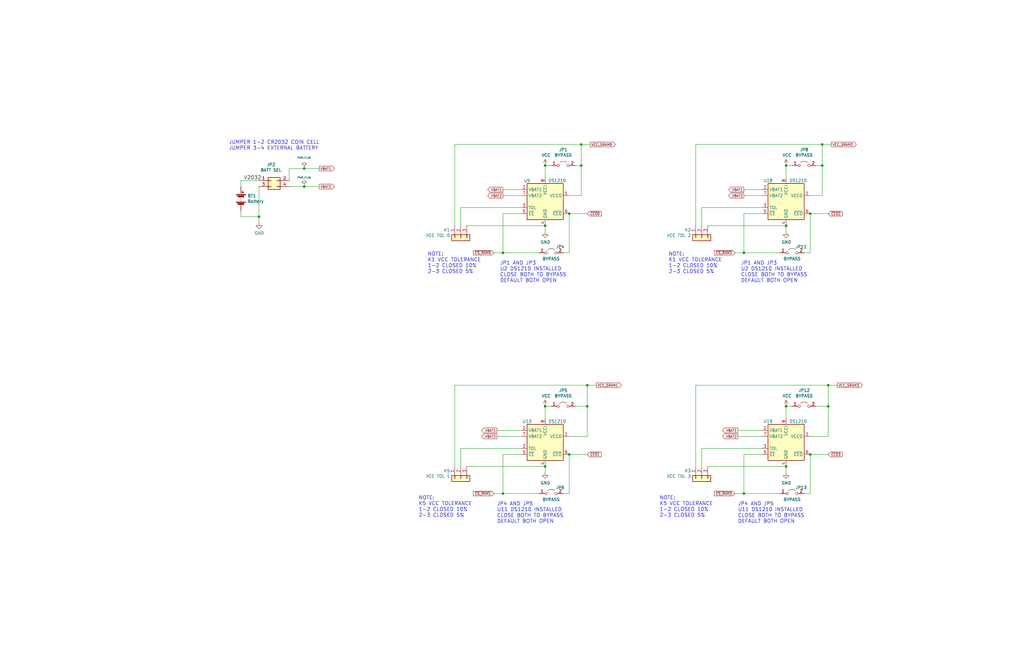
<source format=kicad_sch>
(kicad_sch (version 20211123) (generator eeschema)
  (paper "B")
  (lib_symbols
    (symbol "Connector_Generic:Conn_01x03" (pin_names (offset 1.016) hide)
      (property "Reference" "J" (at 0 5.08 0))
      (property "Value" "Conn_01x03" (at 0 -5.08 0))
      (symbol "Conn_01x03_1_1"
        (rectangle (start -1.27 -2.413) (end 0 -2.667) (stroke (width 0.1524)))
        (rectangle (start -1.27 0.127) (end 0 -0.127) (stroke (width 0.1524)))
        (rectangle (start -1.27 2.667) (end 0 2.413) (stroke (width 0.1524)))
        (rectangle (start -1.27 3.81) (end 1.27 -3.81) (stroke (width 0.254)) (fill (type background)))
        (pin passive line (at -5.08 2.54 0) (length 3.81) (name "Pin_1") (number "1"))
        (pin passive line (at -5.08 0 0) (length 3.81) (name "Pin_2") (number "2"))
        (pin passive line (at -5.08 -2.54 0) (length 3.81) (name "Pin_3") (number "3"))
      )
    )
    (symbol "Connector_Generic:Conn_02x02_Odd_Even" (pin_names (offset 1.016) hide)
      (property "Reference" "J" (at 1.27 2.54 0))
      (property "Value" "Conn_02x02_Odd_Even" (at 1.27 -5.08 0))
      (symbol "Conn_02x02_Odd_Even_1_1"
        (rectangle (start -1.27 -2.413) (end 0 -2.667) (stroke (width 0.1524)))
        (rectangle (start -1.27 0.127) (end 0 -0.127) (stroke (width 0.1524)))
        (rectangle (start -1.27 1.27) (end 3.81 -3.81) (stroke (width 0.254)) (fill (type background)))
        (rectangle (start 3.81 -2.413) (end 2.54 -2.667) (stroke (width 0.1524)))
        (rectangle (start 3.81 0.127) (end 2.54 -0.127) (stroke (width 0.1524)))
        (pin passive line (at -5.08 0 0) (length 3.81) (name "Pin_1") (number "1"))
        (pin passive line (at 7.62 0 180) (length 3.81) (name "Pin_2") (number "2"))
        (pin passive line (at -5.08 -2.54 0) (length 3.81) (name "Pin_3") (number "3"))
        (pin passive line (at 7.62 -2.54 180) (length 3.81) (name "Pin_4") (number "4"))
      )
    )
    (symbol "Device:Battery" (pin_numbers hide) (pin_names (offset 0) hide)
      (property "Reference" "BT" (at 2.54 2.54 0))
      (property "Value" "Battery" (at 2.54 0 0))
      (symbol "Battery_0_1"
        (rectangle (start -2.032 -1.397) (end 2.032 -1.651) (fill (type outline)))
        (rectangle (start -2.032 1.778) (end 2.032 1.524) (fill (type outline)))
        (rectangle (start -1.3208 -1.9812) (end 1.27 -2.4892) (fill (type outline)))
        (rectangle (start -1.3208 1.1938) (end 1.27 0.6858) (fill (type outline)))
        (polyline (pts (xy 0 -1.524) (xy 0 -1.27)))
        (polyline (pts (xy 0 -1.016) (xy 0 -0.762)))
        (polyline (pts (xy 0 -0.508) (xy 0 -0.254)))
        (polyline (pts (xy 0 0) (xy 0 0.254)))
        (polyline (pts (xy 0 0.508) (xy 0 0.762)))
        (polyline (pts (xy 0 1.778) (xy 0 2.54)))
        (polyline (pts (xy 0.254 2.667) (xy 1.27 2.667)) (stroke (width 0.254)))
        (polyline (pts (xy 0.762 3.175) (xy 0.762 2.159)) (stroke (width 0.254)))
      )
      (symbol "Battery_1_1"
        (pin passive line (at 0 5.08 270) (length 2.54) (name "+") (number "1"))
        (pin passive line (at 0 -5.08 90) (length 2.54) (name "-") (number "2"))
      )
    )
    (symbol "Jumper:Jumper_2_Open" (pin_names (offset 0) hide)
      (property "Reference" "JP" (at 0 2.794 0))
      (property "Value" "Jumper_2_Open" (at 0 -2.286 0))
      (symbol "Jumper_2_Open_0_0"
        (circle (center -2.032 0) (radius 0.508))
        (circle (center 2.032 0) (radius 0.508))
      )
      (symbol "Jumper_2_Open_0_1"
        (arc (start 1.524 1.27) (mid 0 1.778) (end -1.524 1.27))
      )
      (symbol "Jumper_2_Open_1_1"
        (pin passive line (at -5.08 0 0) (length 2.54) (name "A") (number "1"))
        (pin passive line (at 5.08 0 180) (length 2.54) (name "B") (number "2"))
      )
    )
    (symbol "Power_Management:DS1210"
      (property "Reference" "U" (at -7.62 8.89 0))
      (property "Value" "DS1210" (at 5.08 8.89 0))
      (symbol "DS1210_0_1"
        (rectangle (start -7.62 7.62) (end 7.62 -7.62) (stroke (width 0.254)) (fill (type background)))
      )
      (symbol "DS1210_1_1"
        (pin power_out line (at 10.16 2.54 180) (length 2.54) (name "VCCO") (number "1"))
        (pin power_in line (at -10.16 5.08 0) (length 2.54) (name "VBAT1") (number "2"))
        (pin input line (at -10.16 -2.54 0) (length 2.54) (name "TOL") (number "3"))
        (pin power_in line (at 0 -10.16 90) (length 2.54) (name "GND") (number "4"))
        (pin input line (at -10.16 -5.08 0) (length 2.54) (name "~{CE}") (number "5"))
        (pin output line (at 10.16 -5.08 180) (length 2.54) (name "~{CEO}") (number "6"))
        (pin power_in line (at -10.16 2.54 0) (length 2.54) (name "VBAT2") (number "7"))
        (pin power_in line (at 0 10.16 270) (length 2.54) (name "VCCI") (number "8"))
      )
    )
    (symbol "power:GND" (power) (pin_names (offset 0))
      (property "Value" "GND" (at 0 -3.81 0))
      (symbol "GND_0_1"
        (polyline (pts (xy 0 0) (xy 0 -1.27) (xy 1.27 -1.27) (xy 0 -2.54) (xy -1.27 -1.27) (xy 0 -1.27)))
      )
      (symbol "GND_1_1"
        (pin power_in line (at 0 0 270) (length 0) hide (name "GND") (number "1"))
      )
    )
    (symbol "power:PWR_FLAG" (power) (pin_numbers hide) (pin_names (offset 0) hide)
      (property "Value" "PWR_FLAG" (at 0 3.81 0))
      (symbol "PWR_FLAG_0_0"
        (pin power_out line (at 0 0 90) (length 0) (name "pwr") (number "1"))
      )
      (symbol "PWR_FLAG_0_1"
        (polyline (pts (xy 0 0) (xy 0 1.27) (xy -1.016 1.905) (xy 0 2.54) (xy 1.016 1.905) (xy 0 1.27)))
      )
    )
    (symbol "power:VCC" (power) (pin_names (offset 0))
      (property "Value" "VCC" (at 0 3.81 0))
      (symbol "VCC_0_1"
        (polyline (pts (xy -0.762 1.27) (xy 0 2.54)))
        (polyline (pts (xy 0 0) (xy 0 2.54)))
        (polyline (pts (xy 0 2.54) (xy 0.762 1.27)))
      )
      (symbol "VCC_1_1"
        (pin power_in line (at 0 0 90) (length 0) hide (name "VCC") (number "1"))
      )
    )
  )
  (junction (at 341.63 90.17))
  (junction (at 313.69 208.28))
  (junction (at 346.71 60.96))
  (junction (at 247.65 171.45))
  (junction (at 240.03 191.77))
  (junction (at 331.47 171.45))
  (junction (at 245.11 60.96))
  (junction (at 331.47 196.85))
  (junction (at 331.47 95.25))
  (junction (at 247.65 162.56))
  (junction (at 128.27 71.12))
  (junction (at 229.87 69.85))
  (junction (at 245.11 69.85))
  (junction (at 229.87 196.85))
  (junction (at 212.09 106.68))
  (junction (at 240.03 90.17))
  (junction (at 128.27 78.74))
  (junction (at 229.87 171.45))
  (junction (at 331.47 69.85))
  (junction (at 229.87 95.25))
  (junction (at 349.25 171.45))
  (junction (at 212.09 208.28))
  (junction (at 109.22 91.44))
  (junction (at 313.69 106.68))
  (junction (at 341.63 191.77))
  (junction (at 349.25 162.56))
  (junction (at 346.71 69.85))
  (wire (pts (xy 295.91 87.63) (xy 295.91 95.25)))
  (wire (pts (xy 212.09 208.28) (xy 227.33 208.28)))
  (wire (pts (xy 341.63 208.28) (xy 341.63 191.77)))
  (wire (pts (xy 212.09 106.68) (xy 227.33 106.68)))
  (wire (pts (xy 212.09 82.55) (xy 219.71 82.55)))
  (wire (pts (xy 309.88 208.28) (xy 313.69 208.28)))
  (wire (pts (xy 229.87 74.93) (xy 229.87 69.85)))
  (wire (pts (xy 208.28 208.28) (xy 212.09 208.28)))
  (wire (pts (xy 331.47 176.53) (xy 331.47 171.45)))
  (wire (pts (xy 349.25 162.56) (xy 349.25 171.45)))
  (wire (pts (xy 196.85 95.25) (xy 229.87 95.25)))
  (wire (pts (xy 212.09 106.68) (xy 212.09 90.17)))
  (wire (pts (xy 313.69 90.17) (xy 321.31 90.17)))
  (wire (pts (xy 331.47 69.85) (xy 334.01 69.85)))
  (wire (pts (xy 341.63 191.77) (xy 349.25 191.77)))
  (wire (pts (xy 353.06 162.56) (xy 349.25 162.56)))
  (wire (pts (xy 339.09 106.68) (xy 341.63 106.68)))
  (wire (pts (xy 293.37 162.56) (xy 349.25 162.56)))
  (wire (pts (xy 194.31 87.63) (xy 194.31 95.25)))
  (wire (pts (xy 101.6 78.74) (xy 101.6 76.2)))
  (wire (pts (xy 346.71 69.85) (xy 346.71 82.55)))
  (wire (pts (xy 245.11 60.96) (xy 248.92 60.96)))
  (wire (pts (xy 298.45 196.85) (xy 331.47 196.85)))
  (wire (pts (xy 237.49 106.68) (xy 240.03 106.68)))
  (wire (pts (xy 212.09 80.01) (xy 219.71 80.01)))
  (wire (pts (xy 191.77 60.96) (xy 191.77 95.25)))
  (wire (pts (xy 109.22 76.2) (xy 101.6 76.2)))
  (wire (pts (xy 247.65 171.45) (xy 247.65 184.15)))
  (wire (pts (xy 313.69 191.77) (xy 321.31 191.77)))
  (wire (pts (xy 293.37 196.85) (xy 293.37 162.56)))
  (wire (pts (xy 121.92 71.12) (xy 128.27 71.12)))
  (wire (pts (xy 346.71 60.96) (xy 346.71 69.85)))
  (wire (pts (xy 109.22 91.44) (xy 109.22 93.98)))
  (wire (pts (xy 242.57 171.45) (xy 247.65 171.45)))
  (wire (pts (xy 101.6 91.44) (xy 101.6 88.9)))
  (wire (pts (xy 295.91 87.63) (xy 321.31 87.63)))
  (wire (pts (xy 344.17 171.45) (xy 349.25 171.45)))
  (wire (pts (xy 346.71 82.55) (xy 341.63 82.55)))
  (wire (pts (xy 134.62 78.74) (xy 128.27 78.74)))
  (wire (pts (xy 247.65 162.56) (xy 247.65 171.45)))
  (wire (pts (xy 293.37 60.96) (xy 293.37 95.25)))
  (wire (pts (xy 240.03 191.77) (xy 247.65 191.77)))
  (wire (pts (xy 128.27 71.12) (xy 134.62 71.12)))
  (wire (pts (xy 293.37 60.96) (xy 346.71 60.96)))
  (wire (pts (xy 344.17 69.85) (xy 346.71 69.85)))
  (wire (pts (xy 242.57 69.85) (xy 245.11 69.85)))
  (wire (pts (xy 331.47 171.45) (xy 334.01 171.45)))
  (wire (pts (xy 191.77 196.85) (xy 191.77 162.56)))
  (wire (pts (xy 191.77 162.56) (xy 247.65 162.56)))
  (wire (pts (xy 346.71 60.96) (xy 350.52 60.96)))
  (wire (pts (xy 109.22 78.74) (xy 109.22 91.44)))
  (wire (pts (xy 295.91 189.23) (xy 295.91 196.85)))
  (wire (pts (xy 229.87 176.53) (xy 229.87 171.45)))
  (wire (pts (xy 311.15 184.15) (xy 321.31 184.15)))
  (wire (pts (xy 196.85 196.85) (xy 229.87 196.85)))
  (wire (pts (xy 331.47 74.93) (xy 331.47 69.85)))
  (wire (pts (xy 311.15 181.61) (xy 321.31 181.61)))
  (wire (pts (xy 212.09 90.17) (xy 219.71 90.17)))
  (wire (pts (xy 313.69 208.28) (xy 328.93 208.28)))
  (wire (pts (xy 245.11 60.96) (xy 245.11 69.85)))
  (wire (pts (xy 212.09 191.77) (xy 212.09 208.28)))
  (wire (pts (xy 194.31 189.23) (xy 219.71 189.23)))
  (wire (pts (xy 313.69 82.55) (xy 321.31 82.55)))
  (wire (pts (xy 101.6 91.44) (xy 109.22 91.44)))
  (wire (pts (xy 341.63 90.17) (xy 349.25 90.17)))
  (wire (pts (xy 313.69 191.77) (xy 313.69 208.28)))
  (wire (pts (xy 212.09 191.77) (xy 219.71 191.77)))
  (wire (pts (xy 191.77 60.96) (xy 245.11 60.96)))
  (wire (pts (xy 229.87 69.85) (xy 232.41 69.85)))
  (wire (pts (xy 209.55 184.15) (xy 219.71 184.15)))
  (wire (pts (xy 331.47 95.25) (xy 331.47 97.79)))
  (wire (pts (xy 128.27 78.74) (xy 121.92 78.74)))
  (wire (pts (xy 331.47 196.85) (xy 331.47 199.39)))
  (wire (pts (xy 313.69 106.68) (xy 328.93 106.68)))
  (wire (pts (xy 240.03 184.15) (xy 247.65 184.15)))
  (wire (pts (xy 237.49 208.28) (xy 240.03 208.28)))
  (wire (pts (xy 194.31 87.63) (xy 219.71 87.63)))
  (wire (pts (xy 194.31 189.23) (xy 194.31 196.85)))
  (wire (pts (xy 309.88 106.68) (xy 313.69 106.68)))
  (wire (pts (xy 313.69 106.68) (xy 313.69 90.17)))
  (wire (pts (xy 298.45 95.25) (xy 331.47 95.25)))
  (wire (pts (xy 229.87 196.85) (xy 229.87 199.39)))
  (wire (pts (xy 245.11 69.85) (xy 245.11 82.55)))
  (wire (pts (xy 240.03 106.68) (xy 240.03 90.17)))
  (wire (pts (xy 229.87 171.45) (xy 232.41 171.45)))
  (wire (pts (xy 245.11 82.55) (xy 240.03 82.55)))
  (wire (pts (xy 349.25 171.45) (xy 349.25 184.15)))
  (wire (pts (xy 208.28 106.68) (xy 212.09 106.68)))
  (wire (pts (xy 313.69 80.01) (xy 321.31 80.01)))
  (wire (pts (xy 251.46 162.56) (xy 247.65 162.56)))
  (wire (pts (xy 121.92 71.12) (xy 121.92 76.2)))
  (wire (pts (xy 229.87 95.25) (xy 229.87 97.79)))
  (wire (pts (xy 240.03 208.28) (xy 240.03 191.77)))
  (wire (pts (xy 295.91 189.23) (xy 321.31 189.23)))
  (wire (pts (xy 240.03 90.17) (xy 247.65 90.17)))
  (wire (pts (xy 209.55 181.61) (xy 219.71 181.61)))
  (wire (pts (xy 341.63 106.68) (xy 341.63 90.17)))
  (wire (pts (xy 341.63 184.15) (xy 349.25 184.15)))
  (wire (pts (xy 339.09 208.28) (xy 341.63 208.28)))
  (text "NOTE:\nK1 VCC TOLERANCE\n1-2 CLOSED 10%\n2-3 CLOSED 5%" (at 281.94 115.57 0) (effects (font (size 1.524 1.524)) (justify left bottom)))
  (text "JP1 AND JP3\nU2 DS1210 INSTALLED\nCLOSE BOTH TO BYPASS\nDEFAULT BOTH OPEN " (at 210.82 119.38 0) (effects (font (size 1.524 1.524)) (justify left bottom)))
  (text "JP1 AND JP3\nU2 DS1210 INSTALLED\nCLOSE BOTH TO BYPASS\nDEFAULT BOTH OPEN " (at 312.42 119.38 0) (effects (font (size 1.524 1.524)) (justify left bottom)))
  (text "NOTE:\nK5 VCC TOLERANCE\n1-2 CLOSED 10%\n2-3 CLOSED 5%" (at 278.13 218.44 0) (effects (font (size 1.524 1.524)) (justify left bottom)))
  (text "NOTE:\nK5 VCC TOLERANCE\n1-2 CLOSED 10%\n2-3 CLOSED 5%" (at 176.53 218.44 0) (effects (font (size 1.524 1.524)) (justify left bottom)))
  (text "JUMPER 1-2 CR2032 COIN CELL\nJUMPER 3-4 EXTERNAL BATTERY" (at 96.52 63.5 0) (effects (font (size 1.524 1.524)) (justify left bottom)))
  (text "NOTE:\nK1 VCC TOLERANCE\n1-2 CLOSED 10%\n2-3 CLOSED 5%" (at 180.34 115.57 0) (effects (font (size 1.524 1.524)) (justify left bottom)))
  (text "JP4 AND JP5\nU11 DS1210 INSTALLED\nCLOSE BOTH TO BYPASS\nDEFAULT BOTH OPEN " (at 311.15 220.98 0) (effects (font (size 1.524 1.524)) (justify left bottom)))
  (text "JP4 AND JP5\nU11 DS1210 INSTALLED\nCLOSE BOTH TO BYPASS\nDEFAULT BOTH OPEN " (at 209.55 220.98 0) (effects (font (size 1.524 1.524)) (justify left bottom)))
  (label "V2032" (at 102.87 76.2 0) (effects (font (size 1.524 1.524))))
  (global_label "~{CS_RAM2}" (shape input) (at 309.88 106.68 180) (effects (font (size 1.016 1.016))) (property "Intersheet References" "${INTERSHEET_REFS}" (effects hide)))
  (global_label "~{CS_RAM0}" (shape input) (at 208.28 106.68 180) (effects (font (size 1.016 1.016))) (property "Intersheet References" "${INTERSHEET_REFS}" (effects hide)))
  (global_label "VBAT2" (shape output) (at 313.69 82.55 180) (effects (font (size 1.016 1.016))) (property "Intersheet References" "${INTERSHEET_REFS}" (effects hide)))
  (global_label "VCC_SRAM0" (shape output) (at 248.92 60.96 0) (effects (font (size 1.016 1.016))) (property "Intersheet References" "${INTERSHEET_REFS}" (effects hide)))
  (global_label "VCC_SRAM1" (shape output) (at 251.46 162.56 0) (effects (font (size 1.016 1.016))) (property "Intersheet References" "${INTERSHEET_REFS}" (effects hide)))
  (global_label "~{CS_RAM1}" (shape input) (at 208.28 208.28 180) (effects (font (size 1.016 1.016))) (property "Intersheet References" "${INTERSHEET_REFS}" (effects hide)))
  (global_label "VCC_SRAM2" (shape output) (at 350.52 60.96 0) (effects (font (size 1.016 1.016))) (property "Intersheet References" "${INTERSHEET_REFS}" (effects hide)))
  (global_label "VBAT1" (shape output) (at 212.09 80.01 180) (effects (font (size 1.016 1.016))) (property "Intersheet References" "${INTERSHEET_REFS}" (effects hide)))
  (global_label "~{CEO0}" (shape input) (at 247.65 90.17 0) (effects (font (size 1.016 1.016))) (property "Intersheet References" "${INTERSHEET_REFS}" (effects hide)))
  (global_label "~{CS_RAM3}" (shape input) (at 309.88 208.28 180) (effects (font (size 1.016 1.016))) (property "Intersheet References" "${INTERSHEET_REFS}" (effects hide)))
  (global_label "~{CEO2}" (shape input) (at 349.25 90.17 0) (effects (font (size 1.016 1.016))) (property "Intersheet References" "${INTERSHEET_REFS}" (effects hide)))
  (global_label "VBAT2" (shape output) (at 209.55 184.15 180) (effects (font (size 1.016 1.016))) (property "Intersheet References" "${INTERSHEET_REFS}" (effects hide)))
  (global_label "VBAT1" (shape output) (at 134.62 71.12 0) (effects (font (size 1.016 1.016))) (property "Intersheet References" "${INTERSHEET_REFS}" (effects hide)))
  (global_label "VBAT1" (shape output) (at 313.69 80.01 180) (effects (font (size 1.016 1.016))) (property "Intersheet References" "${INTERSHEET_REFS}" (effects hide)))
  (global_label "VBAT1" (shape output) (at 209.55 181.61 180) (effects (font (size 1.016 1.016))) (property "Intersheet References" "${INTERSHEET_REFS}" (effects hide)))
  (global_label "~{CEO1}" (shape input) (at 247.65 191.77 0) (effects (font (size 1.016 1.016))) (property "Intersheet References" "${INTERSHEET_REFS}" (effects hide)))
  (global_label "VCC_SRAM3" (shape output) (at 353.06 162.56 0) (effects (font (size 1.016 1.016))) (property "Intersheet References" "${INTERSHEET_REFS}" (effects hide)))
  (global_label "VBAT2" (shape output) (at 134.62 78.74 0) (effects (font (size 1.016 1.016))) (property "Intersheet References" "${INTERSHEET_REFS}" (effects hide)))
  (global_label "VBAT2" (shape output) (at 311.15 184.15 180) (effects (font (size 1.016 1.016))) (property "Intersheet References" "${INTERSHEET_REFS}" (effects hide)))
  (global_label "~{CEO3}" (shape input) (at 349.25 191.77 0) (effects (font (size 1.016 1.016))) (property "Intersheet References" "${INTERSHEET_REFS}" (effects hide)))
  (global_label "VBAT1" (shape output) (at 311.15 181.61 180) (effects (font (size 1.016 1.016))) (property "Intersheet References" "${INTERSHEET_REFS}" (effects hide)))
  (global_label "VBAT2" (shape output) (at 212.09 82.55 180) (effects (font (size 1.016 1.016))) (property "Intersheet References" "${INTERSHEET_REFS}" (effects hide)))
  (symbol (lib_id "power:PWR_FLAG") (at 128.27 71.12 0) (unit 1)
    (property "Reference" "#FLG01" (effects hide))
    (property "Value" "PWR_FLAG" (at 128.27 66.548 0) (effects (font (size 0.762 0.762))))
  )
  (symbol (lib_id "power:PWR_FLAG") (at 128.27 78.74 0) (unit 1)
    (property "Reference" "#FLG02" (effects hide))
    (property "Value" "PWR_FLAG" (at 128.27 74.93 0) (effects (font (size 0.762 0.762))))
  )
  (symbol (lib_id "Power_Management:DS1210") (at 229.87 85.09 0) (unit 1)
    (property "Reference" "U5" (at 222.25 76.2 0))
    (property "Value" "DS1210" (at 234.95 76.2 0))
    (property "Footprint" "Package_DIP:DIP-8_W7.62mm" (effects hide))
    (property "Datasheet" "https://datasheets.maximintegrated.com/en/ds/DS1210.pdf" (effects hide))
  )
  (symbol (lib_id "Power_Management:DS1210") (at 229.87 186.69 0) (unit 1)
    (property "Reference" "U13" (at 222.25 177.8 0))
    (property "Value" "DS1210" (at 234.95 177.8 0))
    (property "Footprint" "Package_DIP:DIP-8_W7.62mm" (effects hide))
    (property "Datasheet" "https://datasheets.maximintegrated.com/en/ds/DS1210.pdf" (effects hide))
  )
  (symbol (lib_id "Power_Management:DS1210") (at 331.47 85.09 0) (unit 1)
    (property "Reference" "U18" (at 323.85 76.2 0))
    (property "Value" "DS1210" (at 336.55 76.2 0))
    (property "Footprint" "Package_DIP:DIP-8_W7.62mm" (effects hide))
    (property "Datasheet" "https://datasheets.maximintegrated.com/en/ds/DS1210.pdf" (effects hide))
  )
  (symbol (lib_id "Power_Management:DS1210") (at 331.47 186.69 0) (unit 1)
    (property "Reference" "U19" (at 323.85 177.8 0))
    (property "Value" "DS1210" (at 336.55 177.8 0))
    (property "Footprint" "Package_DIP:DIP-8_W7.62mm" (effects hide))
    (property "Datasheet" "https://datasheets.maximintegrated.com/en/ds/DS1210.pdf" (effects hide))
  )
  (symbol (lib_id "power:GND") (at 331.47 97.79 0) (unit 1)
    (property "Reference" "#PWR024" (effects hide))
    (property "Value" "GND" (at 331.597 102.1842 0))
  )
  (symbol (lib_id "power:VCC") (at 331.47 69.85 0) (unit 1)
    (property "Reference" "#PWR022" (effects hide))
    (property "Value" "VCC" (at 331.851 65.4558 0))
  )
  (symbol (lib_id "power:VCC") (at 331.47 171.45 0) (unit 1)
    (property "Reference" "#PWR032" (effects hide))
    (property "Value" "VCC" (at 331.851 167.0558 0))
  )
  (symbol (lib_id "power:GND") (at 331.47 199.39 0) (unit 1)
    (property "Reference" "#PWR034" (effects hide))
    (property "Value" "GND" (at 331.597 203.7842 0))
  )
  (symbol (lib_id "Jumper:Jumper_2_Open") (at 339.09 69.85 0) (unit 1)
    (property "Reference" "JP8" (at 339.09 63.1444 0))
    (property "Value" "BYPASS" (at 339.09 65.4558 0))
    (property "Footprint" "Connector_PinHeader_2.54mm:PinHeader_1x02_P2.54mm_Vertical" (effects hide))
  )
  (symbol (lib_id "Jumper:Jumper_2_Open") (at 334.01 106.68 0) (unit 1)
    (property "Reference" "JP11" (at 337.82 104.14 0))
    (property "Value" "BYPASS" (at 334.01 109.22 0))
    (property "Footprint" "Connector_PinHeader_2.54mm:PinHeader_1x02_P2.54mm_Vertical" (effects hide))
  )
  (symbol (lib_id "Connector_Generic:Conn_01x03") (at 295.91 100.33 90) (mirror x) (unit 1)
    (property "Reference" "K2" (at 291.3888 97.0534 90) (effects (justify left)))
    (property "Value" "VCC TOL 2" (at 291.3888 99.3648 90) (effects (justify left)))
    (property "Footprint" "Connector_PinHeader_2.54mm:PinHeader_1x03_P2.54mm_Vertical" (effects hide))
  )
  (symbol (lib_id "Jumper:Jumper_2_Open") (at 339.09 171.45 0) (unit 1)
    (property "Reference" "JP12" (at 339.09 164.7444 0))
    (property "Value" "BYPASS" (at 339.09 167.0558 0))
    (property "Footprint" "Connector_PinHeader_2.54mm:PinHeader_1x02_P2.54mm_Vertical" (effects hide))
  )
  (symbol (lib_id "Jumper:Jumper_2_Open") (at 334.01 208.28 0) (unit 1)
    (property "Reference" "JP13" (at 337.82 205.74 0))
    (property "Value" "BYPASS" (at 334.01 210.82 0))
    (property "Footprint" "Connector_PinHeader_2.54mm:PinHeader_1x02_P2.54mm_Vertical" (effects hide))
  )
  (symbol (lib_id "Connector_Generic:Conn_01x03") (at 295.91 201.93 90) (mirror x) (unit 1)
    (property "Reference" "K3" (at 291.3888 198.6534 90) (effects (justify left)))
    (property "Value" "VCC TOL 3" (at 291.3888 200.9648 90) (effects (justify left)))
    (property "Footprint" "Connector_PinHeader_2.54mm:PinHeader_1x03_P2.54mm_Vertical" (effects hide))
  )
  (symbol (lib_id "power:GND") (at 109.22 93.98 0) (unit 1)
    (property "Reference" "#PWR05" (effects hide))
    (property "Value" "GND" (at 109.347 98.3742 0))
  )
  (symbol (lib_id "power:GND") (at 229.87 97.79 0) (unit 1)
    (property "Reference" "#PWR04" (effects hide))
    (property "Value" "GND" (at 229.997 102.1842 0))
  )
  (symbol (lib_id "power:VCC") (at 229.87 69.85 0) (unit 1)
    (property "Reference" "#PWR03" (effects hide))
    (property "Value" "VCC" (at 230.251 65.4558 0))
  )
  (symbol (lib_id "power:VCC") (at 229.87 171.45 0) (unit 1)
    (property "Reference" "#PWR017" (effects hide))
    (property "Value" "VCC" (at 230.251 167.0558 0))
  )
  (symbol (lib_id "power:GND") (at 229.87 199.39 0) (unit 1)
    (property "Reference" "#PWR020" (effects hide))
    (property "Value" "GND" (at 229.997 203.7842 0))
  )
  (symbol (lib_id "Jumper:Jumper_2_Open") (at 237.49 69.85 0) (unit 1)
    (property "Reference" "JP1" (at 237.49 63.1444 0))
    (property "Value" "BYPASS" (at 237.49 65.4558 0))
    (property "Footprint" "Connector_PinHeader_2.54mm:PinHeader_1x02_P2.54mm_Vertical" (effects hide))
  )
  (symbol (lib_id "Jumper:Jumper_2_Open") (at 232.41 106.68 0) (unit 1)
    (property "Reference" "JP4" (at 236.22 104.14 0))
    (property "Value" "BYPASS" (at 232.41 109.22 0))
    (property "Footprint" "Connector_PinHeader_2.54mm:PinHeader_1x02_P2.54mm_Vertical" (effects hide))
  )
  (symbol (lib_id "Connector_Generic:Conn_01x03") (at 194.31 100.33 90) (mirror x) (unit 1)
    (property "Reference" "K1" (at 189.7888 97.0534 90) (effects (justify left)))
    (property "Value" "VCC TOL 0" (at 189.7888 99.3648 90) (effects (justify left)))
    (property "Footprint" "Connector_PinHeader_2.54mm:PinHeader_1x03_P2.54mm_Vertical" (effects hide))
  )
  (symbol (lib_id "Connector_Generic:Conn_02x02_Odd_Even") (at 114.3 76.2 0) (unit 1)
    (property "Reference" "JP2" (at 114.3 69.469 0))
    (property "Value" "BATT SEL" (at 114.3 71.7804 0))
    (property "Footprint" "Connector_PinHeader_2.54mm:PinHeader_2x02_P2.54mm_Vertical" (effects hide))
  )
  (symbol (lib_id "Device:Battery") (at 101.6 83.82 0) (unit 1)
    (property "Reference" "BT1" (at 104.3432 82.6516 0) (effects (justify left)))
    (property "Value" "Battery" (at 104.3432 84.963 0) (effects (justify left)))
    (property "Footprint" "Battery:BatteryHolder_Keystone_103_1x20mm" (effects hide))
  )
  (symbol (lib_id "Jumper:Jumper_2_Open") (at 237.49 171.45 0) (unit 1)
    (property "Reference" "JP5" (at 237.49 164.7444 0))
    (property "Value" "BYPASS" (at 237.49 167.0558 0))
    (property "Footprint" "Connector_PinHeader_2.54mm:PinHeader_1x02_P2.54mm_Vertical" (effects hide))
  )
  (symbol (lib_id "Jumper:Jumper_2_Open") (at 232.41 208.28 0) (unit 1)
    (property "Reference" "JP6" (at 236.22 205.74 0))
    (property "Value" "BYPASS" (at 232.41 210.82 0))
    (property "Footprint" "Connector_PinHeader_2.54mm:PinHeader_1x02_P2.54mm_Vertical" (effects hide))
  )
  (symbol (lib_id "Connector_Generic:Conn_01x03") (at 194.31 201.93 90) (mirror x) (unit 1)
    (property "Reference" "K5" (at 189.7888 198.6534 90) (effects (justify left)))
    (property "Value" "VCC TOL 1" (at 189.7888 200.9648 90) (effects (justify left)))
    (property "Footprint" "Connector_PinHeader_2.54mm:PinHeader_1x03_P2.54mm_Vertical" (effects hide))
  )
)
</source>
